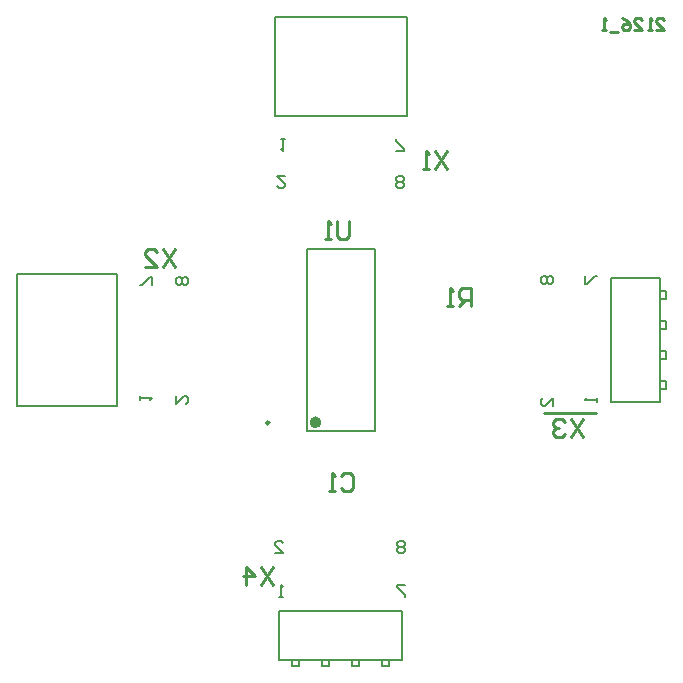
<source format=gbr>
%TF.GenerationSoftware,Altium Limited,Altium Designer,21.6.1 (37)*%
G04 Layer_Color=32896*
%FSLAX43Y43*%
%MOMM*%
%TF.SameCoordinates,0B018110-BEA4-4537-A367-E08E1C829F5E*%
%TF.FilePolarity,Positive*%
%TF.FileFunction,Legend,Bot*%
%TF.Part,Single*%
G01*
G75*
%TA.AperFunction,NonConductor*%
%ADD22C,0.200*%
%ADD23C,0.250*%
%ADD24C,0.500*%
%ADD25C,0.254*%
%ADD26C,0.152*%
D22*
X21920Y46450D02*
Y54864D01*
X33080Y46450D02*
Y54864D01*
X21920Y46450D02*
X33080D01*
X21920Y54864D02*
X33080D01*
X136Y21920D02*
Y33080D01*
X8550Y21920D02*
Y33080D01*
X136D02*
X8550D01*
X136Y21920D02*
X8550D01*
X24621Y19800D02*
X30379D01*
Y35200D01*
X24621D02*
X30379D01*
X24621Y19800D02*
Y35200D01*
X24010Y-40D02*
Y425D01*
X23370Y-40D02*
Y425D01*
Y-40D02*
X24010D01*
X26550D02*
Y425D01*
X25910Y-40D02*
Y425D01*
Y-40D02*
X26550D01*
X29090D02*
Y425D01*
X28450Y-40D02*
Y425D01*
Y-40D02*
X29090D01*
X31630D02*
Y425D01*
X30990Y-40D02*
Y425D01*
Y-40D02*
X31630D01*
X32730Y425D02*
Y4575D01*
X22270Y425D02*
X32730D01*
X22270D02*
Y4575D01*
X32730D01*
X50425Y22270D02*
Y32730D01*
Y22270D02*
X54575D01*
Y32730D01*
X50425D02*
X54575D01*
X55040Y30990D02*
Y31630D01*
X54575Y30990D02*
X55040D01*
X54575Y31630D02*
X55040D01*
Y28450D02*
Y29090D01*
X54575Y28450D02*
X55040D01*
X54575Y29090D02*
X55040D01*
Y23370D02*
Y24010D01*
X54575Y23370D02*
X55040D01*
Y25910D02*
Y26550D01*
X54575Y25910D02*
X55040D01*
X54575Y26550D02*
X55040D01*
X54575Y24010D02*
X55040D01*
D23*
X21448Y20515D02*
G03*
X21448Y20515I-125J0D01*
G01*
D24*
X25621Y20550D02*
G03*
X25621Y20550I-250J0D01*
G01*
D25*
X44704Y21336D02*
X49121D01*
X54195Y53771D02*
X54872D01*
X54195Y54448D01*
Y54618D01*
X54364Y54787D01*
X54703D01*
X54872Y54618D01*
X53856Y53771D02*
X53518D01*
X53687D01*
Y54787D01*
X53856Y54618D01*
X52333Y53771D02*
X53010D01*
X52333Y54448D01*
Y54618D01*
X52502Y54787D01*
X52841D01*
X53010Y54618D01*
X51317Y54787D02*
X51656Y54618D01*
X51994Y54279D01*
Y53941D01*
X51825Y53771D01*
X51486D01*
X51317Y53941D01*
Y54110D01*
X51486Y54279D01*
X51994D01*
X50979Y53602D02*
X50301D01*
X49963Y53771D02*
X49624D01*
X49794D01*
Y54787D01*
X49963Y54618D01*
X21770Y8262D02*
X20754Y6738D01*
Y8262D02*
X21770Y6738D01*
X19484D02*
Y8262D01*
X20246Y7500D01*
X19230D01*
X48006Y20828D02*
X46990Y19304D01*
Y20828D02*
X48006Y19304D01*
X46482Y20574D02*
X46228Y20828D01*
X45720D01*
X45466Y20574D01*
Y20320D01*
X45720Y20066D01*
X45974D01*
X45720D01*
X45466Y19812D01*
Y19558D01*
X45720Y19304D01*
X46228D01*
X46482Y19558D01*
X13470Y35262D02*
X12454Y33738D01*
Y35262D02*
X13470Y33738D01*
X10930D02*
X11946D01*
X10930Y34754D01*
Y35008D01*
X11184Y35262D01*
X11692D01*
X11946Y35008D01*
X36516Y43562D02*
X35500Y42038D01*
Y43562D02*
X36516Y42038D01*
X34992D02*
X34484D01*
X34738D01*
Y43562D01*
X34992Y43308D01*
X28202Y37600D02*
Y36330D01*
X27948Y36076D01*
X27440D01*
X27186Y36330D01*
Y37600D01*
X26678Y36076D02*
X26170D01*
X26424D01*
Y37600D01*
X26678Y37346D01*
X38501Y30424D02*
Y31948D01*
X37739D01*
X37486Y31694D01*
Y31186D01*
X37739Y30932D01*
X38501D01*
X37993D02*
X37486Y30424D01*
X36978D02*
X36470D01*
X36724D01*
Y31948D01*
X36978Y31694D01*
X27500Y16010D02*
X27754Y16264D01*
X28262D01*
X28516Y16010D01*
Y14994D01*
X28262Y14740D01*
X27754D01*
X27500Y14994D01*
X26992Y14740D02*
X26484D01*
X26738D01*
Y16264D01*
X26992Y16010D01*
D26*
X32170Y40554D02*
X32339Y40384D01*
X32678D01*
X32847Y40554D01*
Y40723D01*
X32678Y40892D01*
X32847Y41061D01*
Y41231D01*
X32678Y41400D01*
X32339D01*
X32170Y41231D01*
Y41061D01*
X32339Y40892D01*
X32170Y40723D01*
Y40554D01*
X32339Y40892D02*
X32678D01*
X32170Y43484D02*
X32847D01*
Y43654D01*
X32170Y44331D01*
Y44500D01*
X22807Y41400D02*
X22130D01*
X22807Y40723D01*
Y40554D01*
X22638Y40384D01*
X22299D01*
X22130Y40554D01*
X22430Y44500D02*
X22769D01*
X22599D01*
Y43484D01*
X22430Y43654D01*
X10500Y22430D02*
Y22769D01*
Y22599D01*
X11516D01*
X11346Y22430D01*
X13600Y22807D02*
Y22130D01*
X14277Y22807D01*
X14446D01*
X14616Y22638D01*
Y22299D01*
X14446Y22130D01*
X11516Y32170D02*
Y32847D01*
X11346D01*
X10669Y32170D01*
X10500D01*
X14446D02*
X14616Y32339D01*
Y32678D01*
X14446Y32847D01*
X14277D01*
X14108Y32678D01*
X13939Y32847D01*
X13769D01*
X13600Y32678D01*
Y32339D01*
X13769Y32170D01*
X13939D01*
X14108Y32339D01*
X14277Y32170D01*
X14446D01*
X14108Y32339D02*
Y32678D01*
X21953Y9500D02*
X22630D01*
X21953Y10177D01*
Y10346D01*
X22122Y10516D01*
X22461D01*
X22630Y10346D01*
Y5800D02*
X22291D01*
X22461D01*
Y6816D01*
X22630Y6646D01*
X32970Y10346D02*
X32801Y10516D01*
X32462D01*
X32293Y10346D01*
Y10177D01*
X32462Y10008D01*
X32293Y9839D01*
Y9669D01*
X32462Y9500D01*
X32801D01*
X32970Y9669D01*
Y9839D01*
X32801Y10008D01*
X32970Y10177D01*
Y10346D01*
X32801Y10008D02*
X32462D01*
X32970Y6816D02*
X32293D01*
Y6646D01*
X32970Y5969D01*
Y5800D01*
X45500Y21953D02*
Y22630D01*
X44823Y21953D01*
X44654D01*
X44484Y22122D01*
Y22461D01*
X44654Y22630D01*
X49200D02*
Y22291D01*
Y22461D01*
X48184D01*
X48354Y22630D01*
X44654Y32970D02*
X44484Y32801D01*
Y32462D01*
X44654Y32293D01*
X44823D01*
X44992Y32462D01*
X45161Y32293D01*
X45331D01*
X45500Y32462D01*
Y32801D01*
X45331Y32970D01*
X45161D01*
X44992Y32801D01*
X44823Y32970D01*
X44654D01*
X44992Y32801D02*
Y32462D01*
X48184Y32970D02*
Y32293D01*
X48354D01*
X49031Y32970D01*
X49200D01*
%TF.MD5,ffe382e04db2841ba1287cd5fc725b17*%
M02*

</source>
